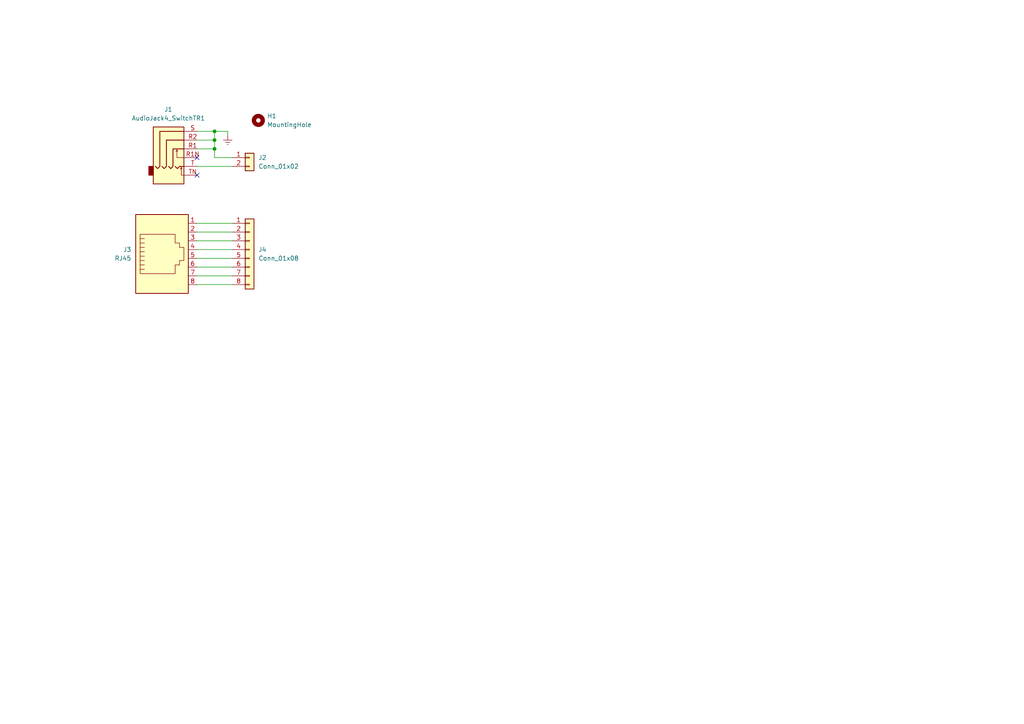
<source format=kicad_sch>
(kicad_sch (version 20211123) (generator eeschema)
  (paper "A4")
  (lib_symbols
    (symbol "Connector:AudioJack4_SwitchTR1"
      (property "Reference" "J" (at 0 11.43 0))
      (property "Value" "AudioJack4_SwitchTR1" (at 0 8.89 0))
      (symbol "AudioJack4_SwitchTR1_0_1"
        (rectangle (start -7.62 -5.08) (end -8.89 -7.62) (stroke (width 0.254)) (fill (type outline)))
        (polyline (pts (xy 1.27 -5.08) (xy 2.54 -5.08)))
        (polyline (pts (xy 1.27 2.54) (xy 2.54 2.54)))
        (polyline (pts (xy 2.54 0) (xy 1.27 0)))
        (polyline (pts (xy 2.54 5.08) (xy 1.27 5.08)))
        (rectangle (start 1.27 6.35) (end -7.62 -10.16) (stroke (width 0.254)) (fill (type background)))
      )
      (symbol "AudioJack4_SwitchTR1_1_1"
        (polyline (pts (xy -0.762 -0.254) (xy -0.508 -0.762)))
        (polyline (pts (xy 0.508 -5.334) (xy 0.762 -5.842)))
        (polyline (pts (xy -1.27 -5.08) (xy -0.635 -5.715) (xy 0 -5.08) (xy 1.27 -5.08)) (stroke (width 0.254)))
        (polyline (pts (xy 2.54 -7.62) (xy 0.508 -7.62) (xy 0.508 -5.334) (xy 0.254 -5.842)))
        (polyline (pts (xy 2.54 -2.54) (xy -0.762 -2.54) (xy -0.762 -0.254) (xy -1.016 -0.762)))
        (polyline (pts (xy -3.175 -5.08) (xy -2.54 -5.715) (xy -1.905 -5.08) (xy -1.905 0) (xy 1.27 0)) (stroke (width 0.254)))
        (polyline (pts (xy 1.27 2.54) (xy -3.81 2.54) (xy -3.81 -5.08) (xy -4.445 -5.715) (xy -5.08 -5.08)) (stroke (width 0.254)))
        (polyline (pts (xy 1.27 5.08) (xy -5.715 5.08) (xy -5.715 -5.08) (xy -6.35 -5.715) (xy -6.985 -5.08)) (stroke (width 0.254)))
        (pin passive line (at 5.08 0 180) (length 2.54) (name "~") (number "R1"))
        (pin passive line (at 5.08 -2.54 180) (length 2.54) (name "~") (number "R1N"))
        (pin passive line (at 5.08 2.54 180) (length 2.54) (name "~") (number "R2"))
        (pin passive line (at 5.08 5.08 180) (length 2.54) (name "~") (number "S"))
        (pin passive line (at 5.08 -5.08 180) (length 2.54) (name "~") (number "T"))
        (pin passive line (at 5.08 -7.62 180) (length 2.54) (name "~") (number "TN"))
      )
    )
    (symbol "Connector:RJ45" (pin_names (offset 1.016))
      (property "Reference" "J" (at -5.08 13.97 0))
      (property "Value" "RJ45" (at 2.54 13.97 0))
      (symbol "RJ45_0_1"
        (polyline (pts (xy -5.08 4.445) (xy -6.35 4.445)))
        (polyline (pts (xy -5.08 5.715) (xy -6.35 5.715)))
        (polyline (pts (xy -6.35 -3.175) (xy -5.08 -3.175) (xy -5.08 -3.175)))
        (polyline (pts (xy -6.35 -1.905) (xy -5.08 -1.905) (xy -5.08 -1.905)))
        (polyline (pts (xy -6.35 -0.635) (xy -5.08 -0.635) (xy -5.08 -0.635)))
        (polyline (pts (xy -6.35 0.635) (xy -5.08 0.635) (xy -5.08 0.635)))
        (polyline (pts (xy -6.35 1.905) (xy -5.08 1.905) (xy -5.08 1.905)))
        (polyline (pts (xy -5.08 3.175) (xy -6.35 3.175) (xy -6.35 3.175)))
        (polyline (pts (xy -6.35 -4.445) (xy -6.35 6.985) (xy 3.81 6.985) (xy 3.81 4.445) (xy 5.08 4.445) (xy 5.08 3.175) (xy 6.35 3.175) (xy 6.35 -0.635) (xy 5.08 -0.635) (xy 5.08 -1.905) (xy 3.81 -1.905) (xy 3.81 -4.445) (xy -6.35 -4.445) (xy -6.35 -4.445)))
        (rectangle (start 7.62 12.7) (end -7.62 -10.16) (stroke (width 0.254)) (fill (type background)))
      )
      (symbol "RJ45_1_1"
        (pin passive line (at 10.16 -7.62 180) (length 2.54) (name "~") (number "1"))
        (pin passive line (at 10.16 -5.08 180) (length 2.54) (name "~") (number "2"))
        (pin passive line (at 10.16 -2.54 180) (length 2.54) (name "~") (number "3"))
        (pin passive line (at 10.16 0 180) (length 2.54) (name "~") (number "4"))
        (pin passive line (at 10.16 2.54 180) (length 2.54) (name "~") (number "5"))
        (pin passive line (at 10.16 5.08 180) (length 2.54) (name "~") (number "6"))
        (pin passive line (at 10.16 7.62 180) (length 2.54) (name "~") (number "7"))
        (pin passive line (at 10.16 10.16 180) (length 2.54) (name "~") (number "8"))
      )
    )
    (symbol "Connector_Generic:Conn_01x02" (pin_names (offset 1.016) hide)
      (property "Reference" "J" (at 0 2.54 0))
      (property "Value" "Conn_01x02" (at 0 -5.08 0))
      (symbol "Conn_01x02_1_1"
        (rectangle (start -1.27 -2.413) (end 0 -2.667) (stroke (width 0.1524)))
        (rectangle (start -1.27 0.127) (end 0 -0.127) (stroke (width 0.1524)))
        (rectangle (start -1.27 1.27) (end 1.27 -3.81) (stroke (width 0.254)) (fill (type background)))
        (pin passive line (at -5.08 0 0) (length 3.81) (name "Pin_1") (number "1"))
        (pin passive line (at -5.08 -2.54 0) (length 3.81) (name "Pin_2") (number "2"))
      )
    )
    (symbol "Connector_Generic:Conn_01x08" (pin_names (offset 1.016) hide)
      (property "Reference" "J" (at 0 10.16 0))
      (property "Value" "Conn_01x08" (at 0 -12.7 0))
      (symbol "Conn_01x08_1_1"
        (rectangle (start -1.27 -10.033) (end 0 -10.287) (stroke (width 0.1524)))
        (rectangle (start -1.27 -7.493) (end 0 -7.747) (stroke (width 0.1524)))
        (rectangle (start -1.27 -4.953) (end 0 -5.207) (stroke (width 0.1524)))
        (rectangle (start -1.27 -2.413) (end 0 -2.667) (stroke (width 0.1524)))
        (rectangle (start -1.27 0.127) (end 0 -0.127) (stroke (width 0.1524)))
        (rectangle (start -1.27 2.667) (end 0 2.413) (stroke (width 0.1524)))
        (rectangle (start -1.27 5.207) (end 0 4.953) (stroke (width 0.1524)))
        (rectangle (start -1.27 7.747) (end 0 7.493) (stroke (width 0.1524)))
        (rectangle (start -1.27 8.89) (end 1.27 -11.43) (stroke (width 0.254)) (fill (type background)))
        (pin passive line (at -5.08 7.62 0) (length 3.81) (name "Pin_1") (number "1"))
        (pin passive line (at -5.08 5.08 0) (length 3.81) (name "Pin_2") (number "2"))
        (pin passive line (at -5.08 2.54 0) (length 3.81) (name "Pin_3") (number "3"))
        (pin passive line (at -5.08 0 0) (length 3.81) (name "Pin_4") (number "4"))
        (pin passive line (at -5.08 -2.54 0) (length 3.81) (name "Pin_5") (number "5"))
        (pin passive line (at -5.08 -5.08 0) (length 3.81) (name "Pin_6") (number "6"))
        (pin passive line (at -5.08 -7.62 0) (length 3.81) (name "Pin_7") (number "7"))
        (pin passive line (at -5.08 -10.16 0) (length 3.81) (name "Pin_8") (number "8"))
      )
    )
    (symbol "Mechanical:MountingHole" (pin_names (offset 1.016))
      (property "Reference" "H" (at 0 5.08 0))
      (property "Value" "MountingHole" (at 0 3.175 0))
      (symbol "MountingHole_0_1"
        (circle (center 0 0) (radius 1.27) (stroke (width 1.27)))
      )
    )
    (symbol "power:Earth" (power) (pin_names (offset 0))
      (symbol "Earth_0_1"
        (polyline (pts (xy -0.635 -1.905) (xy 0.635 -1.905)))
        (polyline (pts (xy -0.127 -2.54) (xy 0.127 -2.54)))
        (polyline (pts (xy 0 -1.27) (xy 0 0)))
        (polyline (pts (xy 1.27 -1.27) (xy -1.27 -1.27)))
      )
      (symbol "Earth_1_1"
        (pin power_in line (at 0 0 270) (length 0) hide (name "Earth") (number "1"))
      )
    )
  )
  (junction (at 62.23 43.18))
  (junction (at 62.23 38.1))
  (junction (at 62.23 40.64))
  (no_connect (at 57.15 45.72))
  (no_connect (at 57.15 50.8))
  (wire (pts (xy 57.15 38.1) (xy 62.23 38.1)))
  (wire (pts (xy 66.04 39.37) (xy 66.04 38.1)))
  (wire (pts (xy 57.15 77.47) (xy 67.31 77.47)))
  (wire (pts (xy 62.23 43.18) (xy 62.23 40.64)))
  (wire (pts (xy 57.15 67.31) (xy 67.31 67.31)))
  (wire (pts (xy 57.15 74.93) (xy 67.31 74.93)))
  (wire (pts (xy 62.23 45.72) (xy 62.23 43.18)))
  (wire (pts (xy 57.15 43.18) (xy 62.23 43.18)))
  (wire (pts (xy 57.15 69.85) (xy 67.31 69.85)))
  (wire (pts (xy 57.15 82.55) (xy 67.31 82.55)))
  (wire (pts (xy 57.15 40.64) (xy 62.23 40.64)))
  (wire (pts (xy 57.15 64.77) (xy 67.31 64.77)))
  (wire (pts (xy 62.23 38.1) (xy 62.23 40.64)))
  (wire (pts (xy 57.15 72.39) (xy 67.31 72.39)))
  (wire (pts (xy 57.15 80.01) (xy 67.31 80.01)))
  (wire (pts (xy 67.31 45.72) (xy 62.23 45.72)))
  (wire (pts (xy 57.15 48.26) (xy 67.31 48.26)))
  (wire (pts (xy 66.04 38.1) (xy 62.23 38.1)))
  (symbol (lib_id "Mechanical:MountingHole") (at 74.93 34.925 0) (unit 1)
    (property "Reference" "H1" (at 77.47 33.6549 0) (effects (justify left)))
    (property "Value" "MountingHole" (at 77.47 36.1949 0) (effects (justify left)))
    (property "Footprint" "MountingHole:MountingHole_2.7mm_M2.5" (effects hide))
  )
  (symbol (lib_id "power:Earth") (at 66.04 39.37 0) (unit 1)
    (property "Reference" "#PWR0101" (effects hide))
    (property "Value" "Earth" (effects hide))
  )
  (symbol (lib_id "Connector_Generic:Conn_01x02") (at 72.39 45.72 0) (unit 1)
    (property "Reference" "J2" (at 74.93 45.7199 0) (effects (justify left)))
    (property "Value" "Conn_01x02" (at 74.93 48.2599 0) (effects (justify left)))
    (property "Footprint" "Connector_PinSocket_2.54mm:PinSocket_1x02_P2.54mm_Vertical" (effects hide))
  )
  (symbol (lib_id "Connector:RJ45") (at 46.99 72.39 0) (mirror x) (unit 1)
    (property "Reference" "J3" (at 38.1 72.3899 0) (effects (justify right)))
    (property "Value" "RJ45" (at 38.1 74.9299 0) (effects (justify right)))
    (property "Footprint" "Connector_RJ:RJ45_Amphenol_54602-x08_Horizontal" (effects hide))
  )
  (symbol (lib_id "Connector:AudioJack4_SwitchTR1") (at 52.07 43.18 0) (unit 1)
    (property "Reference" "J1" (at 48.8315 31.75 0))
    (property "Value" "AudioJack4_SwitchTR1" (at 48.8315 34.29 0))
    (property "Footprint" "AudioJack:AudioJack4_6pad" (effects hide))
  )
  (symbol (lib_id "Connector_Generic:Conn_01x08") (at 72.39 72.39 0) (unit 1)
    (property "Reference" "J4" (at 74.93 72.3899 0) (effects (justify left)))
    (property "Value" "Conn_01x08" (at 74.93 74.9299 0) (effects (justify left)))
    (property "Footprint" "Connector_PinSocket_2.54mm:PinSocket_1x08_P2.54mm_Vertical" (effects hide))
  )
)
</source>
